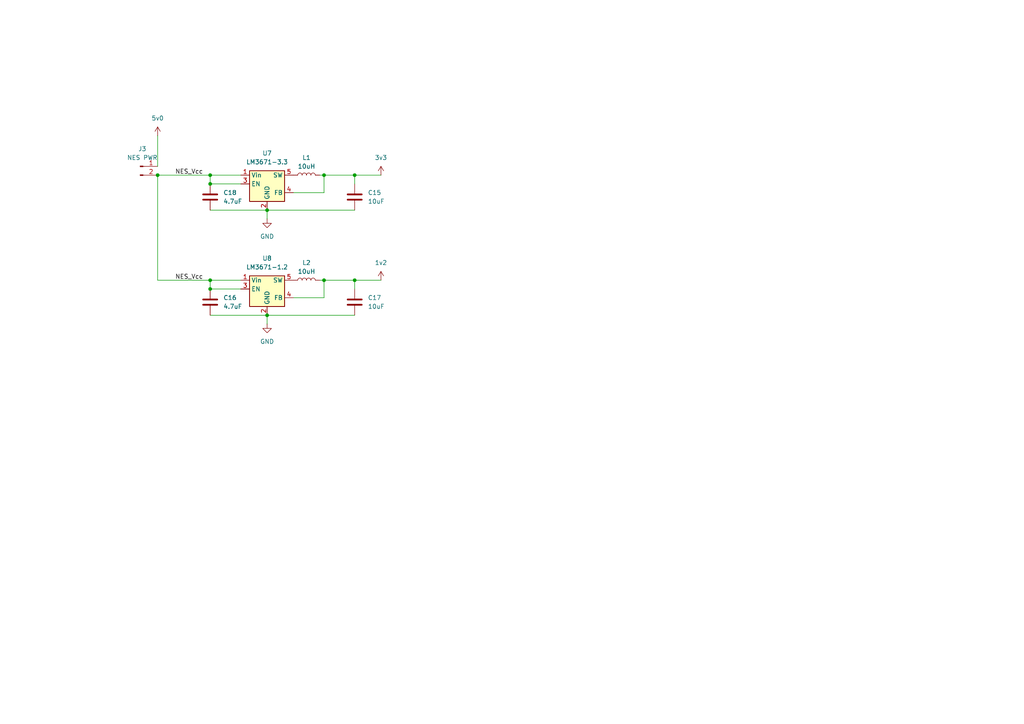
<source format=kicad_sch>
(kicad_sch (version 20231120) (generator "eeschema") (generator_version "8.0")
  (paper "A4")
  (lib_symbols
    (symbol "Connector:Conn_01x02_Pin" (pin_names (offset 1.016) hide)
      (property "Reference" "J" (at 0 2.54 0))
      (property "Value" "Conn_01x02_Pin" (at 0 -5.08 0))
      (symbol "Conn_01x02_Pin_1_1"
        (polyline (pts (xy 1.27 -2.54) (xy 0.8636 -2.54)) (stroke (width 0.1524)))
        (polyline (pts (xy 1.27 0) (xy 0.8636 0)) (stroke (width 0.1524)))
        (rectangle (start 0.8636 -2.413) (end 0 -2.667) (stroke (width 0.1524)) (fill (type outline)))
        (rectangle (start 0.8636 0.127) (end 0 -0.127) (stroke (width 0.1524)) (fill (type outline)))
        (pin passive line (at 5.08 0 180) (length 3.81) (name "Pin_1") (number "1"))
        (pin passive line (at 5.08 -2.54 180) (length 3.81) (name "Pin_2") (number "2"))
      )
    )
    (symbol "Device:C" (pin_numbers hide) (pin_names (offset 0.254))
      (property "Reference" "C" (at 0.635 2.54 0))
      (property "Value" "C" (at 0.635 -2.54 0))
      (symbol "C_0_1"
        (polyline (pts (xy -2.032 -0.762) (xy 2.032 -0.762)) (stroke (width 0.508)))
        (polyline (pts (xy -2.032 0.762) (xy 2.032 0.762)) (stroke (width 0.508)))
      )
      (symbol "C_1_1"
        (pin passive line (at 0 3.81 270) (length 2.794) (name "~") (number "1"))
        (pin passive line (at 0 -3.81 90) (length 2.794) (name "~") (number "2"))
      )
    )
    (symbol "Device:L" (pin_numbers hide) (pin_names (offset 1.016) hide)
      (property "Reference" "L" (at -1.27 0 90))
      (property "Value" "L" (at 1.905 0 90))
      (symbol "L_0_1"
        (arc (start 0 -2.54) (mid 0.6323 -1.905) (end 0 -1.27))
        (arc (start 0 -1.27) (mid 0.6323 -0.635) (end 0 0))
        (arc (start 0 0) (mid 0.6323 0.635) (end 0 1.27))
        (arc (start 0 1.27) (mid 0.6323 1.905) (end 0 2.54))
      )
      (symbol "L_1_1"
        (pin passive line (at 0 3.81 270) (length 1.27) (name "1") (number "1"))
        (pin passive line (at 0 -3.81 90) (length 1.27) (name "2") (number "2"))
      )
    )
    (symbol "Regulator_Switching:LM3670MF"
      (property "Reference" "U" (at -5.08 5.08 0))
      (property "Value" "LM3670MF" (at 0 5.08 0))
      (symbol "LM3670MF_0_1"
        (rectangle (start -5.08 3.81) (end 5.08 -5.08) (stroke (width 0.254)) (fill (type background)))
      )
      (symbol "LM3670MF_1_1"
        (pin power_in line (at -7.62 2.54 0) (length 2.54) (name "Vin") (number "1"))
        (pin power_in line (at 0 -7.62 90) (length 2.54) (name "GND") (number "2"))
        (pin input line (at -7.62 0 0) (length 2.54) (name "EN") (number "3"))
        (pin input line (at 7.62 -2.54 180) (length 2.54) (name "FB") (number "4"))
        (pin input line (at 7.62 2.54 180) (length 2.54) (name "SW") (number "5"))
      )
    )
    (symbol "power:GND" (power) (pin_numbers hide) (pin_names (offset 0) hide)
      (property "Value" "GND" (at 0 -3.81 0))
      (symbol "GND_0_1"
        (polyline (pts (xy 0 0) (xy 0 -1.27) (xy 1.27 -1.27) (xy 0 -2.54) (xy -1.27 -1.27) (xy 0 -1.27)))
      )
      (symbol "GND_1_1"
        (pin power_in line (at 0 0 270) (length 0) (name "~") (number "1"))
      )
    )
    (symbol "power:VCC" (power) (pin_numbers hide) (pin_names (offset 0) hide)
      (property "Value" "VCC" (at 0 3.556 0))
      (symbol "VCC_0_1"
        (polyline (pts (xy -0.762 1.27) (xy 0 2.54)))
        (polyline (pts (xy 0 0) (xy 0 2.54)))
        (polyline (pts (xy 0 2.54) (xy 0.762 1.27)))
      )
      (symbol "VCC_1_1"
        (pin power_in line (at 0 0 90) (length 0) (name "~") (number "1"))
      )
    )
  )
  (junction (at 60.96 53.34))
  (junction (at 102.87 50.8))
  (junction (at 93.98 50.8))
  (junction (at 93.98 81.28))
  (junction (at 45.72 50.8))
  (junction (at 77.47 91.44))
  (junction (at 77.47 60.96))
  (junction (at 60.96 50.8))
  (junction (at 60.96 83.82))
  (junction (at 60.96 81.28))
  (junction (at 102.87 81.28))
  (wire (pts (xy 60.96 53.34) (xy 69.85 53.34)))
  (wire (pts (xy 102.87 50.8) (xy 102.87 53.34)))
  (wire (pts (xy 77.47 60.96) (xy 77.47 63.5)))
  (wire (pts (xy 92.71 50.8) (xy 93.98 50.8)))
  (wire (pts (xy 77.47 91.44) (xy 102.87 91.44)))
  (wire (pts (xy 60.96 50.8) (xy 69.85 50.8)))
  (wire (pts (xy 60.96 81.28) (xy 69.85 81.28)))
  (wire (pts (xy 93.98 55.88) (xy 93.98 50.8)))
  (wire (pts (xy 77.47 91.44) (xy 77.47 93.98)))
  (wire (pts (xy 45.72 50.8) (xy 45.72 81.28)))
  (wire (pts (xy 45.72 50.8) (xy 60.96 50.8)))
  (wire (pts (xy 60.96 50.8) (xy 60.96 53.34)))
  (wire (pts (xy 45.72 39.37) (xy 45.72 48.26)))
  (wire (pts (xy 93.98 81.28) (xy 102.87 81.28)))
  (wire (pts (xy 60.96 60.96) (xy 77.47 60.96)))
  (wire (pts (xy 93.98 86.36) (xy 93.98 81.28)))
  (wire (pts (xy 60.96 91.44) (xy 77.47 91.44)))
  (wire (pts (xy 92.71 81.28) (xy 93.98 81.28)))
  (wire (pts (xy 102.87 81.28) (xy 110.49 81.28)))
  (wire (pts (xy 85.09 86.36) (xy 93.98 86.36)))
  (wire (pts (xy 45.72 81.28) (xy 60.96 81.28)))
  (wire (pts (xy 93.98 50.8) (xy 102.87 50.8)))
  (wire (pts (xy 60.96 81.28) (xy 60.96 83.82)))
  (wire (pts (xy 85.09 55.88) (xy 93.98 55.88)))
  (wire (pts (xy 102.87 50.8) (xy 110.49 50.8)))
  (wire (pts (xy 102.87 81.28) (xy 102.87 83.82)))
  (wire (pts (xy 60.96 83.82) (xy 69.85 83.82)))
  (wire (pts (xy 77.47 60.96) (xy 102.87 60.96)))
  (label "NES_Vcc" (at 50.8 50.8 0))
  (label "NES_Vcc" (at 50.8 81.28 0))
  (symbol (lib_id "Connector:Conn_01x02_Pin") (at 40.64 48.26 0) (unit 1)
    (property "Reference" "J3" (at 41.275 43.18 0))
    (property "Value" "NES PWR" (at 41.275 45.72 0))
    (property "Footprint" "Connector_PinHeader_2.54mm:PinHeader_1x02_P2.54mm_Vertical" (effects (hide yes)))
    (property "Description" "Generic connector, single row, 01x02, script generated" (effects (hide yes)))
    (property "JLCPCB Part #" "C5360898" (effects (hide yes)))
  )
  (symbol (lib_id "power:VCC") (at 45.72 39.37 0) (unit 1)
    (property "Reference" "#PWR036" (effects (hide yes)))
    (property "Value" "5v0" (at 45.72 34.29 0))
    (property "Description" "Power symbol creates a global label with name \"VCC\"" (effects (hide yes)))
  )
  (symbol (lib_id "power:VCC") (at 110.49 81.28 0) (unit 1)
    (property "Reference" "#PWR03" (effects (hide yes)))
    (property "Value" "1v2" (at 110.49 76.2 0))
    (property "Description" "Power symbol creates a global label with name \"VCC\"" (effects (hide yes)))
  )
  (symbol (lib_id "Device:C") (at 60.96 57.15 0) (unit 1)
    (property "Reference" "C18" (at 64.77 55.8799 0) (effects (justify left)))
    (property "Value" "4.7uF" (at 64.77 58.4199 0) (effects (justify left)))
    (property "Footprint" "Capacitor_SMD:C_0402_1005Metric" (effects (hide yes)))
    (property "Description" "Unpolarized capacitor" (effects (hide yes)))
    (property "JLCPCB Part #" "C23733" (effects (hide yes)))
  )
  (symbol (lib_id "Device:L") (at 88.9 50.8 90) (unit 1)
    (property "Reference" "L1" (at 88.9 45.72 90))
    (property "Value" "10uH" (at 88.9 48.26 90))
    (property "Footprint" "Inductor_SMD:L_Vishay_IFSC-1515AH_4x4x1.8mm" (effects (hide yes)))
    (property "Description" "Inductor" (effects (hide yes)))
    (property "JLCPCB Part #" "C497774" (effects (hide yes)))
  )
  (symbol (lib_id "Device:L") (at 88.9 81.28 90) (unit 1)
    (property "Reference" "L2" (at 88.9 76.2 90))
    (property "Value" "10uH" (at 88.9 78.74 90))
    (property "Footprint" "Inductor_SMD:L_Vishay_IFSC-1515AH_4x4x1.8mm" (effects (hide yes)))
    (property "Description" "Inductor" (effects (hide yes)))
    (property "JLCPCB Part #" "C497774" (effects (hide yes)))
  )
  (symbol (lib_id "power:VCC") (at 110.49 50.8 0) (unit 1)
    (property "Reference" "#PWR02" (effects (hide yes)))
    (property "Value" "3v3" (at 110.49 45.72 0))
    (property "Description" "Power symbol creates a global label with name \"VCC\"" (effects (hide yes)))
  )
  (symbol (lib_id "Regulator_Switching:LM3670MF") (at 77.47 53.34 0) (unit 1)
    (property "Reference" "U7" (at 77.47 44.45 0))
    (property "Value" "LM3671-3.3" (at 77.47 46.99 0))
    (property "Footprint" "Package_TO_SOT_SMD:SOT-23-5" (effects (hide yes)))
    (property "Datasheet" "http://www.ti.com/lit/ds/symlink/lm3670.pdf" (effects (hide yes)))
    (property "Description" "Miniature Step-Down DC-DC Converter for Ultralow Voltage Circuits, 2.5V < Vin < 5.5V, adjustable output voltage, SOT-23-5" (effects (hide yes)))
    (property "JLCPCB Part #" "C201586" (effects (hide yes)))
  )
  (symbol (lib_id "Device:C") (at 60.96 87.63 0) (unit 1)
    (property "Reference" "C16" (at 64.77 86.3599 0) (effects (justify left)))
    (property "Value" "4.7uF" (at 64.77 88.8999 0) (effects (justify left)))
    (property "Footprint" "Capacitor_SMD:C_0402_1005Metric" (effects (hide yes)))
    (property "Description" "Unpolarized capacitor" (effects (hide yes)))
    (property "JLCPCB Part #" "C23733" (effects (hide yes)))
  )
  (symbol (lib_id "Regulator_Switching:LM3670MF") (at 77.47 83.82 0) (unit 1)
    (property "Reference" "U8" (at 77.47 74.93 0))
    (property "Value" "LM3671-1.2" (at 77.47 77.47 0))
    (property "Footprint" "Package_TO_SOT_SMD:SOT-23-5" (effects (hide yes)))
    (property "Datasheet" "http://www.ti.com/lit/ds/symlink/lm3670.pdf" (effects (hide yes)))
    (property "Description" "Miniature Step-Down DC-DC Converter for Ultralow Voltage Circuits, 2.5V < Vin < 5.5V, adjustable output voltage, SOT-23-5" (effects (hide yes)))
    (property "JLCPCB Part #" "C2650333" (effects (hide yes)))
  )
  (symbol (lib_id "power:GND") (at 77.47 93.98 0) (unit 1)
    (property "Reference" "#PWR023" (effects (hide yes)))
    (property "Value" "GND" (at 77.47 99.06 0))
    (property "Description" "Power symbol creates a global label with name \"GND\" , ground" (effects (hide yes)))
  )
  (symbol (lib_id "Device:C") (at 102.87 87.63 0) (unit 1)
    (property "Reference" "C17" (at 106.68 86.3599 0) (effects (justify left)))
    (property "Value" "10uF" (at 106.68 88.8999 0) (effects (justify left)))
    (property "Footprint" "Capacitor_SMD:C_0402_1005Metric" (effects (hide yes)))
    (property "Description" "Unpolarized capacitor" (effects (hide yes)))
    (property "JLCPCB Part #" "C15525" (effects (hide yes)))
  )
  (symbol (lib_id "Device:C") (at 102.87 57.15 0) (unit 1)
    (property "Reference" "C15" (at 106.68 55.8799 0) (effects (justify left)))
    (property "Value" "10uF" (at 106.68 58.4199 0) (effects (justify left)))
    (property "Footprint" "Capacitor_SMD:C_0402_1005Metric" (effects (hide yes)))
    (property "Description" "Unpolarized capacitor" (effects (hide yes)))
    (property "JLCPCB Part #" "C15525" (effects (hide yes)))
  )
  (symbol (lib_id "power:GND") (at 77.47 63.5 0) (unit 1)
    (property "Reference" "#PWR01" (effects (hide yes)))
    (property "Value" "GND" (at 77.47 68.58 0))
    (property "Description" "Power symbol creates a global label with name \"GND\" , ground" (effects (hide yes)))
  )
)
</source>
